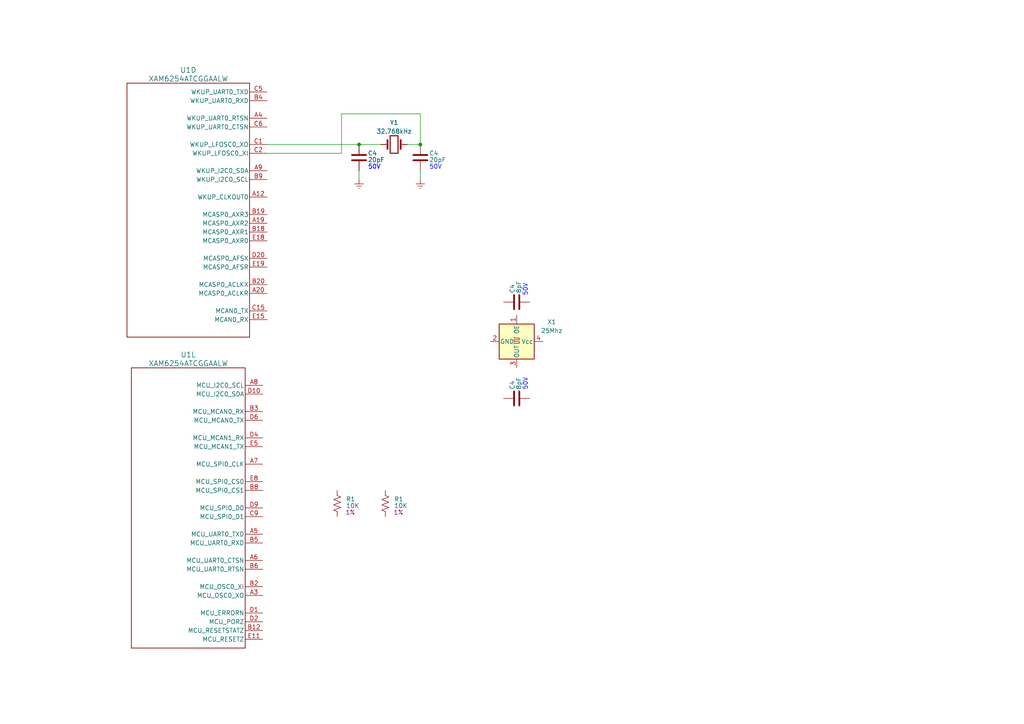
<source format=kicad_sch>
(kicad_sch (version 20230121) (generator eeschema)
  (paper "A4")
  (title_block (title "TI Ember AM62 SiP Concept") (date "2023-06-09") (rev "Rev 0") (company "Andrei Aldea - Texas Instruments"))
  (lib_symbols
    (symbol "Device:C" (pin_numbers hide) (pin_names (offset 0.254))
      (property "Reference" "C" (at 0.635 2.54 0))
      (property "Value" "C" (at 0.635 -2.54 0))
      (symbol "C_0_1"
        (polyline (pts (xy -2.032 -0.762) (xy 2.032 -0.762)) (stroke (width 0.508)))
        (polyline (pts (xy -2.032 0.762) (xy 2.032 0.762)) (stroke (width 0.508)))
      )
      (symbol "C_1_1"
        (pin passive line (at 0 3.81 270) (length 2.794) (name "~") (number "1"))
        (pin passive line (at 0 -3.81 90) (length 2.794) (name "~") (number "2"))
      )
    )
    (symbol "Device:Crystal" (pin_numbers hide) (pin_names (offset 1.016) hide)
      (property "Reference" "Y" (at 0 3.81 0))
      (property "Value" "Crystal" (at 0 -3.81 0))
      (symbol "Crystal_0_1"
        (rectangle (start -1.143 2.54) (end 1.143 -2.54) (stroke (width 0.3048)))
        (polyline (pts (xy -2.54 0) (xy -1.905 0)))
        (polyline (pts (xy -1.905 -1.27) (xy -1.905 1.27)) (stroke (width 0.508)))
        (polyline (pts (xy 1.905 -1.27) (xy 1.905 1.27)) (stroke (width 0.508)))
        (polyline (pts (xy 2.54 0) (xy 1.905 0)))
      )
      (symbol "Crystal_1_1"
        (pin passive line (at -3.81 0 0) (length 1.27) (name "1") (number "1"))
        (pin passive line (at 3.81 0 180) (length 1.27) (name "2") (number "2"))
      )
    )
    (symbol "Device:R_US" (pin_numbers hide) (pin_names (offset 0))
      (property "Reference" "R" (at 2.54 0 90))
      (property "Value" "R_US" (at -2.54 0 90))
      (symbol "R_US_0_1"
        (polyline (pts (xy 0 -2.286) (xy 0 -2.54)))
        (polyline (pts (xy 0 2.286) (xy 0 2.54)))
        (polyline (pts (xy 0 -0.762) (xy 1.016 -1.143) (xy 0 -1.524) (xy -1.016 -1.905) (xy 0 -2.286)))
        (polyline (pts (xy 0 0.762) (xy 1.016 0.381) (xy 0 0) (xy -1.016 -0.381) (xy 0 -0.762)))
        (polyline (pts (xy 0 2.286) (xy 1.016 1.905) (xy 0 1.524) (xy -1.016 1.143) (xy 0 0.762)))
      )
      (symbol "R_US_1_1"
        (pin passive line (at 0 3.81 270) (length 1.27) (name "~") (number "1"))
        (pin passive line (at 0 -3.81 90) (length 1.27) (name "~") (number "2"))
      )
    )
    (symbol "Oscillator:SG-8002CE" (pin_names (offset 0.254))
      (property "Reference" "X" (at -5.08 6.35 0))
      (property "Value" "SG-8002CE" (at 1.27 -6.35 0))
      (symbol "SG-8002CE_0_1"
        (rectangle (start -5.08 5.08) (end 5.08 -5.08) (stroke (width 0.254)) (fill (type background)))
        (polyline (pts (xy -1.27 -0.762) (xy -1.016 -0.762) (xy -1.016 0.762) (xy -0.508 0.762) (xy -0.508 -0.762) (xy 0 -0.762) (xy 0 0.762) (xy 0.508 0.762) (xy 0.508 -0.762) (xy 0.762 -0.762)))
      )
      (symbol "SG-8002CE_1_1"
        (pin input line (at -7.62 0 0) (length 2.54) (name "OE") (number "1"))
        (pin power_in line (at 0 -7.62 90) (length 2.54) (name "GND") (number "2"))
        (pin output line (at 7.62 0 180) (length 2.54) (name "OUT") (number "3"))
        (pin power_in line (at 0 7.62 270) (length 2.54) (name "Vcc") (number "4"))
      )
    )
    (symbol "TIEmber:XAM6254ATCGGAALW" (pin_names (offset 0.254))
      (property "Reference" "U" (at 0 2.54 0))
      (property "Value" "XAM6254ATCGGAALW" (at -6.35 6.35 0))
      (symbol "XAM6254ATCGGAALW_1_1"
        (polyline (pts (xy 5.08 -78.74) (xy 27.94 -78.74)) (stroke (width 0.2032)))
        (polyline (pts (xy 5.08 5.08) (xy 5.08 -78.74)) (stroke (width 0.2032)))
        (polyline (pts (xy 27.94 -78.74) (xy 27.94 5.08)) (stroke (width 0.2032)))
        (polyline (pts (xy 27.94 5.08) (xy 5.08 5.08)) (stroke (width 0.2032)))
        (pin power_in line (at 0 0 0) (length 5.08) (name "VSS") (number "A1"))
        (pin power_in line (at 0 -2.54 0) (length 5.08) (name "VSS") (number "A24"))
        (pin power_in line (at 0 -5.08 0) (length 5.08) (name "VSS") (number "A25"))
        (pin power_in line (at 33.02 -50.8 180) (length 5.08) (name "VSS") (number "AA11"))
        (pin power_in line (at 33.02 -53.34 180) (length 5.08) (name "VSS") (number "AB9"))
        (pin power_in line (at 33.02 -55.88 180) (length 5.08) (name "VSS") (number "AD1"))
        (pin power_in line (at 33.02 -60.96 180) (length 5.08) (name "VSS") (number "AD12"))
        (pin power_in line (at 33.02 -63.5 180) (length 5.08) (name "VSS") (number "AD16"))
        (pin power_in line (at 33.02 -66.04 180) (length 5.08) (name "VSS") (number "AD25"))
        (pin power_in line (at 33.02 -58.42 180) (length 5.08) (name "VSS") (number "AD9"))
        (pin power_in line (at 33.02 -68.58 180) (length 5.08) (name "VSS") (number "AE1"))
        (pin power_in line (at 33.02 -73.66 180) (length 5.08) (name "VSS") (number "AE12"))
        (pin power_in line (at 33.02 -76.2 180) (length 5.08) (name "VSS") (number "AE16"))
        (pin power_in line (at 0 -76.2 0) (length 5.08) (name "VSS") (number "AE24"))
        (pin power_in line (at 0 -73.66 0) (length 5.08) (name "VSS") (number "AE25"))
        (pin power_in line (at 33.02 -71.12 180) (length 5.08) (name "VSS") (number "AE8"))
        (pin power_in line (at 0 -7.62 0) (length 5.08) (name "VSS") (number "B25"))
        (pin power_in line (at 0 -10.16 0) (length 5.08) (name "VSS") (number "F13"))
        (pin power_in line (at 0 -12.7 0) (length 5.08) (name "VSS") (number "G13"))
        (pin power_in line (at 0 -15.24 0) (length 5.08) (name "VSS") (number "G19"))
        (pin power_in line (at 0 -17.78 0) (length 5.08) (name "VSS") (number "H13"))
        (pin power_in line (at 0 -20.32 0) (length 5.08) (name "VSS") (number "H16"))
        (pin power_in line (at 0 -22.86 0) (length 5.08) (name "VSS") (number "H18"))
        (pin power_in line (at 0 -25.4 0) (length 5.08) (name "VSS") (number "H20"))
        (pin power_in line (at 0 -30.48 0) (length 5.08) (name "VSS") (number "J13"))
        (pin power_in line (at 0 -27.94 0) (length 5.08) (name "VSS") (number "J7"))
        (pin power_in line (at 0 -35.56 0) (length 5.08) (name "VSS") (number "K13"))
        (pin power_in line (at 0 -38.1 0) (length 5.08) (name "VSS") (number "K15"))
        (pin power_in line (at 0 -40.64 0) (length 5.08) (name "VSS") (number "K19"))
        (pin power_in line (at 0 -33.02 0) (length 5.08) (name "VSS") (number "K7"))
        (pin power_in line (at 0 -43.18 0) (length 5.08) (name "VSS") (number "L20"))
        (pin power_in line (at 0 -50.8 0) (length 5.08) (name "VSS") (number "M10"))
        (pin power_in line (at 0 -53.34 0) (length 5.08) (name "VSS") (number "M12"))
        (pin power_in line (at 0 -55.88 0) (length 5.08) (name "VSS") (number "M13"))
        (pin power_in line (at 0 -58.42 0) (length 5.08) (name "VSS") (number "M17"))
        (pin power_in line (at 0 -60.96 0) (length 5.08) (name "VSS") (number "M18"))
        (pin power_in line (at 0 -45.72 0) (length 5.08) (name "VSS") (number "M7"))
        (pin power_in line (at 0 -48.26 0) (length 5.08) (name "VSS") (number "M8"))
        (pin power_in line (at 0 -63.5 0) (length 5.08) (name "VSS") (number "N15"))
        (pin power_in line (at 0 -68.58 0) (length 5.08) (name "VSS") (number "P10"))
        (pin power_in line (at 0 -71.12 0) (length 5.08) (name "VSS") (number "P13"))
        (pin power_in line (at 0 -66.04 0) (length 5.08) (name "VSS") (number "P7"))
        (pin power_in line (at 33.02 0 180) (length 5.08) (name "VSS") (number "R13"))
        (pin power_in line (at 33.02 -2.54 180) (length 5.08) (name "VSS") (number "R15"))
        (pin power_in line (at 33.02 -5.08 180) (length 5.08) (name "VSS") (number "R18"))
        (pin power_in line (at 33.02 -7.62 180) (length 5.08) (name "VSS") (number "R20"))
        (pin power_in line (at 33.02 -12.7 180) (length 5.08) (name "VSS") (number "T13"))
        (pin power_in line (at 33.02 -15.24 180) (length 5.08) (name "VSS") (number "T14"))
        (pin power_in line (at 33.02 -17.78 180) (length 5.08) (name "VSS") (number "T16"))
        (pin power_in line (at 33.02 -20.32 180) (length 5.08) (name "VSS") (number "T17"))
        (pin power_in line (at 33.02 -22.86 180) (length 5.08) (name "VSS") (number "T18"))
        (pin power_in line (at 33.02 -10.16 180) (length 5.08) (name "VSS") (number "T8"))
        (pin power_in line (at 33.02 -27.94 180) (length 5.08) (name "VSS") (number "U19"))
        (pin power_in line (at 33.02 -25.4 180) (length 5.08) (name "VSS") (number "U8"))
        (pin power_in line (at 33.02 -33.02 180) (length 5.08) (name "VSS") (number "V10"))
        (pin power_in line (at 33.02 -35.56 180) (length 5.08) (name "VSS") (number "V11"))
        (pin power_in line (at 33.02 -38.1 180) (length 5.08) (name "VSS") (number "V13"))
        (pin power_in line (at 33.02 -40.64 180) (length 5.08) (name "VSS") (number "V16"))
        (pin power_in line (at 33.02 -43.18 180) (length 5.08) (name "VSS") (number "V18"))
        (pin power_in line (at 33.02 -30.48 180) (length 5.08) (name "VSS") (number "V9"))
        (pin power_in line (at 33.02 -45.72 180) (length 5.08) (name "VSS") (number "W7"))
        (pin power_in line (at 33.02 -48.26 180) (length 5.08) (name "VSS") (number "Y2"))
      )
      (symbol "XAM6254ATCGGAALW_2_1"
        (polyline (pts (xy 5.08 -86.36) (xy 60.96 -86.36)) (stroke (width 0.2032)))
        (polyline (pts (xy 5.08 5.08) (xy 5.08 -86.36)) (stroke (width 0.2032)))
        (polyline (pts (xy 60.96 -86.36) (xy 60.96 5.08)) (stroke (width 0.2032)))
        (polyline (pts (xy 60.96 5.08) (xy 5.08 5.08)) (stroke (width 0.2032)))
        (pin input line (at 0 -50.8 0) (length 5.08) (name "TCK") (number "A10"))
        (pin input line (at 0 -53.34 0) (length 5.08) (name "TDI") (number "A11"))
        (pin bidirectional line (at 0 -33.02 0) (length 5.08) (name "SPI0_CS0") (number "A13"))
        (pin bidirectional line (at 0 -25.4 0) (length 5.08) (name "SPI0_CLK") (number "A14"))
        (pin input line (at 66.04 -5.08 180) (length 5.08) (name "UART0_CTSN") (number "A15"))
        (pin bidirectional line (at 0 -12.7 0) (length 5.08) (name "I2C0_SDA") (number "A16"))
        (pin bidirectional line (at 0 -20.32 0) (length 5.08) (name "I2C1_SDA") (number "A17"))
        (pin input line (at 0 -5.08 0) (length 5.08) (name "EXT_REFCLK1") (number "A18"))
        (pin unspecified line (at 66.04 -66.04 180) (length 5.08) (name "RSVD1") (number "A2"))
        (pin unspecified line (at 66.04 -81.28 180) (length 5.08) (name "RSVD6") (number "AA12"))
        (pin unspecified line (at 66.04 -48.26 180) (length 5.08) (name "USB1_VBUS") (number "AB10"))
        (pin unspecified line (at 66.04 -30.48 180) (length 5.08) (name "USB0_VBUS") (number "AC11"))
        (pin bidirectional line (at 66.04 -45.72 180) (length 5.08) (name "USB1_RCALIB") (number "AC9"))
        (pin bidirectional line (at 66.04 -35.56 180) (length 5.08) (name "USB1_DM") (number "AD10"))
        (pin bidirectional line (at 66.04 -17.78 180) (length 5.08) (name "USB0_DP") (number "AD11"))
        (pin bidirectional line (at 66.04 -27.94 180) (length 5.08) (name "USB0_RCALIB") (number "AE10"))
        (pin bidirectional line (at 66.04 -20.32 180) (length 5.08) (name "USB0_DM") (number "AE11"))
        (pin unspecified line (at 66.04 -71.12 180) (length 5.08) (name "RSVD3") (number "AE2"))
        (pin bidirectional line (at 66.04 -38.1 180) (length 5.08) (name "USB1_DP") (number "AE9"))
        (pin unspecified line (at 66.04 -63.5 180) (length 5.08) (name "RSVD0") (number "B1"))
        (pin input line (at 0 -60.96 0) (length 5.08) (name "TRSTN") (number "B10"))
        (pin input line (at 0 -58.42 0) (length 5.08) (name "TMS") (number "B11"))
        (pin bidirectional line (at 0 -30.48 0) (length 5.08) (name "SPI0_D0") (number "B13"))
        (pin bidirectional line (at 0 -38.1 0) (length 5.08) (name "SPI0_D1") (number "B14"))
        (pin output line (at 66.04 -7.62 180) (length 5.08) (name "UART0_RTSN") (number "B15"))
        (pin bidirectional line (at 0 -10.16 0) (length 5.08) (name "I2C0_SCL") (number "B16"))
        (pin bidirectional line (at 0 -17.78 0) (length 5.08) (name "I2C1_SCL") (number "B17"))
        (pin bidirectional line (at 0 -73.66 0) (length 5.08) (name "PMIC_LPM_EN0") (number "B7"))
        (pin bidirectional line (at 0 -48.26 0) (length 5.08) (name "EMU1") (number "C11"))
        (pin bidirectional line (at 0 -40.64 0) (length 5.08) (name "SPI0_CS1") (number "C13"))
        (pin output line (at 66.04 -25.4 180) (length 5.08) (name "USB0_DRVVBUS") (number "C20"))
        (pin output line (at 0 -55.88 0) (length 5.08) (name "TDO") (number "D12"))
        (pin input line (at 66.04 -10.16 180) (length 5.08) (name "UART0_RXD") (number "D14"))
        (pin input line (at 0 0 0) (length 5.08) (name "EXTINTN") (number "D16"))
        (pin bidirectional line (at 0 -45.72 0) (length 5.08) (name "EMU0") (number "E12"))
        (pin output line (at 66.04 -12.7 180) (length 5.08) (name "UART0_TXD") (number "E14"))
        (pin output line (at 0 -71.12 0) (length 5.08) (name "PORZ_OUT") (number "E21"))
        (pin unspecified line (at 66.04 0 180) (length 5.08) (name "RSVD8") (number "E7"))
        (pin output line (at 66.04 -43.18 180) (length 5.08) (name "USB1_DRVVBUS") (number "F18"))
        (pin input line (at 0 -68.58 0) (length 5.08) (name "RESET_REQZ") (number "F20"))
        (pin output line (at 0 -66.04 0) (length 5.08) (name "RESETSTATZ") (number "F22"))
        (pin unspecified line (at 66.04 -68.58 180) (length 5.08) (name "RSVD2") (number "F6"))
        (pin unspecified line (at 66.04 -53.34 180) (length 5.08) (name "VMON_1P8_SOC") (number "G10"))
        (pin unspecified line (at 66.04 -58.42 180) (length 5.08) (name "VMON_ER_VSYS") (number "H10"))
        (pin power_in line (at 66.04 -55.88 180) (length 5.08) (name "VMON_3P3_SOC") (number "K10"))
        (pin unspecified line (at 66.04 -76.2 180) (length 5.08) (name "RSVD4") (number "T2"))
        (pin unspecified line (at 66.04 -78.74 180) (length 5.08) (name "RSVD5") (number "U4"))
        (pin unspecified line (at 66.04 -83.82 180) (length 5.08) (name "RSVD7") (number "Y15"))
      )
      (symbol "XAM6254ATCGGAALW_3_1"
        (polyline (pts (xy -38.1 -96.52) (xy -5.08 -96.52)) (stroke (width 0.2032)))
        (polyline (pts (xy -38.1 5.08) (xy -38.1 -96.52)) (stroke (width 0.2032)))
        (polyline (pts (xy -5.08 -96.52) (xy -5.08 5.08)) (stroke (width 0.2032)))
        (polyline (pts (xy -5.08 5.08) (xy -38.1 5.08)) (stroke (width 0.2032)))
        (pin output line (at 0 -66.04 180) (length 5.08) (name "GPMC0_CSN2") (number "K22"))
        (pin output line (at 0 -68.58 180) (length 5.08) (name "GPMC0_CSN3") (number "K24"))
        (pin output line (at 0 -93.98 180) (length 5.08) (name "GPMC0_WPN") (number "K25"))
        (pin output line (at 0 -63.5 180) (length 5.08) (name "GPMC0_CSN1") (number "L21"))
        (pin output line (at 0 -43.18 180) (length 5.08) (name "GPMC0_ADVN_ALE") (number "L23"))
        (pin output line (at 0 -78.74 180) (length 5.08) (name "GPMC0_OEN_REN") (number "L24"))
        (pin output line (at 0 -91.44 180) (length 5.08) (name "GPMC0_WEN") (number "L25"))
        (pin output line (at 0 -60.96 180) (length 5.08) (name "GPMC0_CSN0") (number "M21"))
        (pin output line (at 0 -73.66 180) (length 5.08) (name "GPMC0_DIR") (number "M22"))
        (pin output line (at 0 -48.26 180) (length 5.08) (name "GPMC0_BE0N_CLE") (number "M24"))
        (pin bidirectional line (at 0 0 180) (length 5.08) (name "GPMC0_AD0") (number "M25"))
        (pin output line (at 0 -50.8 180) (length 5.08) (name "GPMC0_BE1N") (number "N20"))
        (pin bidirectional line (at 0 -2.54 180) (length 5.08) (name "GPMC0_AD1") (number "N23"))
        (pin bidirectional line (at 0 -5.08 180) (length 5.08) (name "GPMC0_AD2") (number "N24"))
        (pin bidirectional line (at 0 -7.62 180) (length 5.08) (name "GPMC0_AD3") (number "N25"))
        (pin bidirectional line (at 0 -15.24 180) (length 5.08) (name "GPMC0_AD6") (number "P21"))
        (pin bidirectional line (at 0 -12.7 180) (length 5.08) (name "GPMC0_AD5") (number "P22"))
        (pin bidirectional line (at 0 -10.16 180) (length 5.08) (name "GPMC0_AD4") (number "P24"))
        (pin output line (at 0 -55.88 180) (length 5.08) (name "GPMC0_CLK") (number "P25"))
        (pin bidirectional line (at 0 -27.94 180) (length 5.08) (name "GPMC0_AD11") (number "R21"))
        (pin bidirectional line (at 0 -17.78 180) (length 5.08) (name "GPMC0_AD7") (number "R23"))
        (pin bidirectional line (at 0 -20.32 180) (length 5.08) (name "GPMC0_AD8") (number "R24"))
        (pin bidirectional line (at 0 -22.86 180) (length 5.08) (name "GPMC0_AD9") (number "R25"))
        (pin bidirectional line (at 0 -30.48 180) (length 5.08) (name "GPMC0_AD12") (number "T22"))
        (pin bidirectional line (at 0 -33.02 180) (length 5.08) (name "GPMC0_AD13") (number "T24"))
        (pin bidirectional line (at 0 -25.4 180) (length 5.08) (name "GPMC0_AD10") (number "T25"))
        (pin input line (at 0 -83.82 180) (length 5.08) (name "GPMC0_WAIT0") (number "U23"))
        (pin bidirectional line (at 0 -38.1 180) (length 5.08) (name "GPMC0_AD15") (number "U24"))
        (pin bidirectional line (at 0 -35.56 180) (length 5.08) (name "GPMC0_AD14") (number "U25"))
        (pin input line (at 0 -86.36 180) (length 5.08) (name "GPMC0_WAIT1") (number "V25"))
      )
      (symbol "XAM6254ATCGGAALW_4_1"
        (polyline (pts (xy 5.08 -68.58) (xy 40.64 -68.58)) (stroke (width 0.2032)))
        (polyline (pts (xy 5.08 5.08) (xy 5.08 -68.58)) (stroke (width 0.2032)))
        (polyline (pts (xy 40.64 -68.58) (xy 40.64 5.08)) (stroke (width 0.2032)))
        (polyline (pts (xy 40.64 5.08) (xy 5.08 5.08)) (stroke (width 0.2032)))
        (pin output line (at 0 -35.56 0) (length 5.08) (name "WKUP_CLKOUT0") (number "A12"))
        (pin bidirectional line (at 0 -27.94 0) (length 5.08) (name "MCASP0_AXR2") (number "A19"))
        (pin bidirectional line (at 0 -7.62 0) (length 5.08) (name "MCASP0_ACLKR") (number "A20"))
        (pin output line (at 0 -58.42 0) (length 5.08) (name "WKUP_UART0_RTSN") (number "A4"))
        (pin bidirectional line (at 0 -43.18 0) (length 5.08) (name "WKUP_I2C0_SDA") (number "A9"))
        (pin bidirectional line (at 0 -25.4 0) (length 5.08) (name "MCASP0_AXR1") (number "B18"))
        (pin bidirectional line (at 0 -30.48 0) (length 5.08) (name "MCASP0_AXR3") (number "B19"))
        (pin bidirectional line (at 0 -10.16 0) (length 5.08) (name "MCASP0_ACLKX") (number "B20"))
        (pin input line (at 0 -63.5 0) (length 5.08) (name "WKUP_UART0_RXD") (number "B4"))
        (pin bidirectional line (at 0 -40.64 0) (length 5.08) (name "WKUP_I2C0_SCL") (number "B9"))
        (pin output line (at 0 -50.8 0) (length 5.08) (name "WKUP_LFOSC0_XO") (number "C1"))
        (pin output line (at 0 -2.54 0) (length 5.08) (name "MCAN0_TX") (number "C15"))
        (pin input line (at 0 -48.26 0) (length 5.08) (name "WKUP_LFOSC0_XI") (number "C2"))
        (pin output line (at 0 -66.04 0) (length 5.08) (name "WKUP_UART0_TXD") (number "C5"))
        (pin input line (at 0 -55.88 0) (length 5.08) (name "WKUP_UART0_CTSN") (number "C6"))
        (pin bidirectional line (at 0 -17.78 0) (length 5.08) (name "MCASP0_AFSX") (number "D20"))
        (pin input line (at 0 0 0) (length 5.08) (name "MCAN0_RX") (number "E15"))
        (pin bidirectional line (at 0 -22.86 0) (length 5.08) (name "MCASP0_AXR0") (number "E18"))
        (pin bidirectional line (at 0 -15.24 0) (length 5.08) (name "MCASP0_AFSR") (number "E19"))
      )
      (symbol "XAM6254ATCGGAALW_5_1"
        (polyline (pts (xy 5.08 -78.74) (xy 53.34 -78.74)) (stroke (width 0.2032)))
        (polyline (pts (xy 5.08 5.08) (xy 5.08 -78.74)) (stroke (width 0.2032)))
        (polyline (pts (xy 53.34 -78.74) (xy 53.34 5.08)) (stroke (width 0.2032)))
        (polyline (pts (xy 53.34 5.08) (xy 5.08 5.08)) (stroke (width 0.2032)))
        (pin bidirectional line (at 58.42 -5.08 180) (length 5.08) (name "MMC1_CMD") (number "A21"))
        (pin bidirectional line (at 58.42 -10.16 180) (length 5.08) (name "MMC1_DAT0") (number "A22"))
        (pin input line (at 58.42 -55.88 180) (length 5.08) (name "MMC2_SDCD") (number "A23"))
        (pin bidirectional line (at 0 -10.16 0) (length 5.08) (name "MMC0_DAT1") (number "AA1"))
        (pin bidirectional line (at 0 -7.62 0) (length 5.08) (name "MMC0_DAT0") (number "AA2"))
        (pin bidirectional line (at 0 -12.7 0) (length 5.08) (name "MMC0_DAT2") (number "AA3"))
        (pin bidirectional line (at 0 0 0) (length 5.08) (name "MMC0_CLK") (number "AB1"))
        (pin bidirectional line (at 0 -17.78 0) (length 5.08) (name "MMC0_DAT4") (number "AB2"))
        (pin bidirectional line (at 0 -20.32 0) (length 5.08) (name "MMC0_DAT5") (number "AC1"))
        (pin bidirectional line (at 0 -25.4 0) (length 5.08) (name "MMC0_DAT7") (number "AC2"))
        (pin bidirectional line (at 0 -22.86 0) (length 5.08) (name "MMC0_DAT6") (number "AD2"))
        (pin input line (at 58.42 -12.7 180) (length 5.08) (name "MMC1_DAT1") (number "B21"))
        (pin bidirectional line (at 58.42 0 180) (length 5.08) (name "MMC1_CLK") (number "B22"))
        (pin input line (at 58.42 -60.96 180) (length 5.08) (name "MMC2_SDWP") (number "B23"))
        (pin bidirectional line (at 58.42 -43.18 180) (length 5.08) (name "MMC2_DAT0") (number "B24"))
        (pin input line (at 58.42 -27.94 180) (length 5.08) (name "MMC1_SDWP") (number "C17"))
        (pin bidirectional line (at 58.42 -15.24 180) (length 5.08) (name "MMC1_DAT2") (number "C21"))
        (pin bidirectional line (at 58.42 -38.1 180) (length 5.08) (name "MMC2_CMD") (number "C24"))
        (pin bidirectional line (at 58.42 -45.72 180) (length 5.08) (name "MMC2_DAT1") (number "C25"))
        (pin input line (at 58.42 -22.86 180) (length 5.08) (name "MMC1_SDCD") (number "D17"))
        (pin bidirectional line (at 58.42 -17.78 180) (length 5.08) (name "MMC1_DAT3") (number "D22"))
        (pin bidirectional line (at 58.42 -50.8 180) (length 5.08) (name "MMC2_DAT3") (number "D24"))
        (pin bidirectional line (at 58.42 -33.02 180) (length 5.08) (name "MMC2_CLK") (number "D25"))
        (pin bidirectional line (at 58.42 -48.26 180) (length 5.08) (name "MMC2_DAT2") (number "E23"))
        (pin output line (at 0 -43.18 0) (length 5.08) (name "OSPI0_CSN3") (number "E24"))
        (pin bidirectional line (at 0 -48.26 0) (length 5.08) (name "OSPI0_D0") (number "E25"))
        (pin output line (at 0 -35.56 0) (length 5.08) (name "OSPI0_CSN0") (number "F23"))
        (pin bidirectional line (at 0 -55.88 0) (length 5.08) (name "OSPI0_D3") (number "F24"))
        (pin bidirectional line (at 0 -53.34 0) (length 5.08) (name "OSPI0_D2") (number "F25"))
        (pin output line (at 0 -38.1 0) (length 5.08) (name "OSPI0_CSN1") (number "G21"))
        (pin bidirectional line (at 0 -50.8 0) (length 5.08) (name "OSPI0_D1") (number "G24"))
        (pin bidirectional line (at 0 -76.2 0) (length 5.08) (name "OSPI0_LBCLKO") (number "G25"))
        (pin output line (at 0 -40.64 0) (length 5.08) (name "OSPI0_CSN2") (number "H21"))
        (pin output line (at 0 -30.48 0) (length 5.08) (name "OSPI0_CLK") (number "H24"))
        (pin bidirectional line (at 0 -63.5 0) (length 5.08) (name "OSPI0_D6") (number "H25"))
        (pin bidirectional line (at 0 -66.04 0) (length 5.08) (name "OSPI0_D7") (number "J22"))
        (pin bidirectional line (at 0 -58.42 0) (length 5.08) (name "OSPI0_D4") (number "J23"))
        (pin input line (at 0 -71.12 0) (length 5.08) (name "OSPI0_DQS") (number "J24"))
        (pin bidirectional line (at 0 -60.96 0) (length 5.08) (name "OSPI0_D5") (number "J25"))
        (pin bidirectional line (at 0 -2.54 0) (length 5.08) (name "MMC0_CMD") (number "Y3"))
        (pin bidirectional line (at 0 -15.24 0) (length 5.08) (name "MMC0_DAT3") (number "Y4"))
      )
      (symbol "XAM6254ATCGGAALW_6_1"
        (polyline (pts (xy 5.08 -124.46) (xy 50.8 -124.46)) (stroke (width 0.2032)))
        (polyline (pts (xy 5.08 5.08) (xy 5.08 -124.46)) (stroke (width 0.2032)))
        (polyline (pts (xy 50.8 -124.46) (xy 50.8 5.08)) (stroke (width 0.2032)))
        (polyline (pts (xy 50.8 5.08) (xy 5.08 5.08)) (stroke (width 0.2032)))
        (pin bidirectional line (at 0 -104.14 0) (length 5.08) (name "DDR0_DQS0") (number "E1"))
        (pin bidirectional line (at 0 -106.68 0) (length 5.08) (name "DDR0_DQS0_N") (number "E2"))
        (pin bidirectional line (at 0 -71.12 0) (length 5.08) (name "DDR0_DQ4") (number "E3"))
        (pin bidirectional line (at 0 -78.74 0) (length 5.08) (name "DDR0_DQ7") (number "F1"))
        (pin bidirectional line (at 0 -76.2 0) (length 5.08) (name "DDR0_DQ6") (number "F2"))
        (pin bidirectional line (at 0 -66.04 0) (length 5.08) (name "DDR0_DQ2") (number "F3"))
        (pin bidirectional line (at 0 -60.96 0) (length 5.08) (name "DDR0_DQ0") (number "F4"))
        (pin output line (at 55.88 -68.58 180) (length 5.08) (name "DDR0_RESET0_N") (number "G1"))
        (pin bidirectional line (at 0 -73.66 0) (length 5.08) (name "DDR0_DQ5") (number "G2"))
        (pin bidirectional line (at 0 -63.5 0) (length 5.08) (name "DDR0_DQ1") (number "G5"))
        (pin output line (at 55.88 -55.88 180) (length 5.08) (name "DDR0_ODT0") (number "H1"))
        (pin output line (at 55.88 -48.26 180) (length 5.08) (name "DDR0_CKE0") (number "H2"))
        (pin bidirectional line (at 0 -53.34 0) (length 5.08) (name "DDR0_DM0") (number "H5"))
        (pin bidirectional line (at 0 -68.58 0) (length 5.08) (name "DDR0_DQ3") (number "H6"))
        (pin output line (at 0 0 0) (length 5.08) (name "DDR0_A0") (number "J1"))
        (pin output line (at 0 -2.54 0) (length 5.08) (name "DDR0_A1") (number "J2"))
        (pin output line (at 55.88 -58.42 180) (length 5.08) (name "DDR0_ODT1") (number "J3"))
        (pin output line (at 55.88 -50.8 180) (length 5.08) (name "DDR0_CKE1") (number "J4"))
        (pin output line (at 0 -12.7 0) (length 5.08) (name "DDR0_A5") (number "K1"))
        (pin output line (at 55.88 -25.4 180) (length 5.08) (name "DDR0_CS1_N") (number "K2"))
        (pin output line (at 0 -5.08 0) (length 5.08) (name "DDR0_A2") (number "K3"))
        (pin output line (at 0 -10.16 0) (length 5.08) (name "DDR0_A4") (number "K4"))
        (pin output line (at 0 -119.38 0) (length 5.08) (name "DDR0_CK0") (number "L1"))
        (pin output line (at 0 -121.92 0) (length 5.08) (name "DDR0_CK0_N") (number "L2"))
        (pin output line (at 0 -7.62 0) (length 5.08) (name "DDR0_A3") (number "L5"))
        (pin output line (at 55.88 -20.32 180) (length 5.08) (name "DDR0_CS0_N") (number "L6"))
        (pin output line (at 0 -38.1 0) (length 5.08) (name "DDR0_BA0") (number "M1"))
        (pin unspecified line (at 55.88 -43.18 180) (length 5.08) (name "DDR0_CAL0") (number "M2"))
        (pin output line (at 55.88 -15.24 180) (length 5.08) (name "DDR0_CAS_N") (number "M4"))
        (pin output line (at 55.88 -10.16 180) (length 5.08) (name "DDR0_RAS_N") (number "M5"))
        (pin output line (at 0 -40.64 0) (length 5.08) (name "DDR0_BA1") (number "N1"))
        (pin output line (at 0 -48.26 0) (length 5.08) (name "DDR0_BG1") (number "N2"))
        (pin output line (at 55.88 -30.48 180) (length 5.08) (name "DDR0_WE_N") (number "N3"))
        (pin output line (at 55.88 0 180) (length 5.08) (name "DDR0_ACT_N") (number "N6"))
        (pin output line (at 0 -20.32 0) (length 5.08) (name "DDR0_A8") (number "P1"))
        (pin output line (at 0 -17.78 0) (length 5.08) (name "DDR0_A7") (number "P2"))
        (pin output line (at 0 -22.86 0) (length 5.08) (name "DDR0_A9") (number "P4"))
        (pin output line (at 0 -27.94 0) (length 5.08) (name "DDR0_A11") (number "P5"))
        (pin output line (at 0 -33.02 0) (length 5.08) (name "DDR0_A13") (number "R1"))
        (pin output line (at 0 -15.24 0) (length 5.08) (name "DDR0_A6") (number "R2"))
        (pin bidirectional line (at 55.88 -5.08 180) (length 5.08) (name "DDR0_ALERT_N") (number "R3"))
        (pin output line (at 0 -25.4 0) (length 5.08) (name "DDR0_A10") (number "R5"))
        (pin output line (at 0 -30.48 0) (length 5.08) (name "DDR0_A12") (number "R6"))
        (pin output line (at 55.88 -63.5 180) (length 5.08) (name "DDR0_PAR") (number "T1"))
        (pin output line (at 0 -45.72 0) (length 5.08) (name "DDR0_BG0") (number "T4"))
        (pin bidirectional line (at 0 -81.28 0) (length 5.08) (name "DDR0_DQ8") (number "U1"))
        (pin bidirectional line (at 0 -86.36 0) (length 5.08) (name "DDR0_DQ10") (number "U2"))
        (pin bidirectional line (at 0 -83.82 0) (length 5.08) (name "DDR0_DQ9") (number "U3"))
        (pin bidirectional line (at 0 -111.76 0) (length 5.08) (name "DDR0_DQS1") (number "V1"))
        (pin bidirectional line (at 0 -114.3 0) (length 5.08) (name "DDR0_DQS1_N") (number "V2"))
        (pin bidirectional line (at 0 -88.9 0) (length 5.08) (name "DDR0_DQ11") (number "V5"))
        (pin bidirectional line (at 0 -93.98 0) (length 5.08) (name "DDR0_DQ13") (number "V6"))
        (pin bidirectional line (at 0 -99.06 0) (length 5.08) (name "DDR0_DQ15") (number "W1"))
        (pin bidirectional line (at 0 -91.44 0) (length 5.08) (name "DDR0_DQ12") (number "W2"))
        (pin bidirectional line (at 0 -55.88 0) (length 5.08) (name "DDR0_DM1") (number "W5"))
        (pin bidirectional line (at 0 -96.52 0) (length 5.08) (name "DDR0_DQ14") (number "Y1"))
      )
      (symbol "XAM6254ATCGGAALW_7_1"
        (polyline (pts (xy 5.08 -106.68) (xy 63.5 -106.68)) (stroke (width 0.2032)))
        (polyline (pts (xy 5.08 5.08) (xy 5.08 -106.68)) (stroke (width 0.2032)))
        (polyline (pts (xy 63.5 -106.68) (xy 63.5 5.08)) (stroke (width 0.2032)))
        (polyline (pts (xy 63.5 5.08) (xy 5.08 5.08)) (stroke (width 0.2032)))
        (pin power_in line (at 68.58 -53.34 180) (length 5.08) (name "VDDSHV_MCU") (number "F11"))
        (pin power_in line (at 68.58 0 180) (length 5.08) (name "VDDSHV0") (number "F15"))
        (pin power_in line (at 68.58 -66.04 180) (length 5.08) (name "VDD_CANUART") (number "F8"))
        (pin power_in line (at 68.58 -55.88 180) (length 5.08) (name "VDDSHV_MCU") (number "G12"))
        (pin power_in line (at 68.58 -2.54 180) (length 5.08) (name "VDDSHV0") (number "G14"))
        (pin power_in line (at 0 -88.9 0) (length 5.08) (name "VDDA_TEMP1") (number "G16"))
        (pin power_in line (at 68.58 -38.1 180) (length 5.08) (name "VDDSHV5") (number "G17"))
        (pin power_in line (at 68.58 -60.96 180) (length 5.08) (name "VDDS_OSC0") (number "G7"))
        (pin power_in line (at 0 0 0) (length 5.08) (name "VDD_CORE") (number "H8"))
        (pin power_in line (at 68.58 -48.26 180) (length 5.08) (name "VDDSHV_CANUART") (number "H9"))
        (pin power_in line (at 0 -2.54 0) (length 5.08) (name "VDD_CORE") (number "J11"))
        (pin power_in line (at 0 -45.72 0) (length 5.08) (name "VDDR_CORE") (number "J12"))
        (pin power_in line (at 0 -5.08 0) (length 5.08) (name "VDD_CORE") (number "J14"))
        (pin power_in line (at 68.58 -43.18 180) (length 5.08) (name "VDDSHV6") (number "J18"))
        (pin power_in line (at 0 -104.14 0) (length 5.08) (name "VPP") (number "J8"))
        (pin power_in line (at 0 -48.26 0) (length 5.08) (name "VDDR_CORE") (number "K16"))
        (pin power_in line (at 0 -7.62 0) (length 5.08) (name "VDD_CORE") (number "K17"))
        (pin power_in line (at 0 -68.58 0) (length 5.08) (name "VDDS_DDR") (number "K9"))
        (pin power_in line (at 68.58 -101.6 180) (length 5.08) (name "VDDA_MCU") (number "L11"))
        (pin power_in line (at 0 -10.16 0) (length 5.08) (name "VDD_CORE") (number "L12"))
        (pin power_in line (at 0 -99.06 0) (length 5.08) (name "VDDA_PLL2") (number "L14"))
        (pin power_in line (at 0 -12.7 0) (length 5.08) (name "VDD_CORE") (number "L15"))
        (pin power_in line (at 68.58 -7.62 180) (length 5.08) (name "VDDSHV1") (number "L18"))
        (pin power_in line (at 0 -71.12 0) (length 5.08) (name "VDDS_DDR") (number "L8"))
        (pin power_in line (at 0 -15.24 0) (length 5.08) (name "VDD_CORE") (number "M16"))
        (pin power_in line (at 68.58 -10.16 180) (length 5.08) (name "VDDSHV1") (number "M19"))
        (pin power_in line (at 0 -81.28 0) (length 5.08) (name "VDDS_DDR_C") (number "M9"))
        (pin power_in line (at 0 -20.32 0) (length 5.08) (name "VDD_CORE") (number "N11"))
        (pin power_in line (at 0 -50.8 0) (length 5.08) (name "VDDR_CORE") (number "N12"))
        (pin power_in line (at 0 -22.86 0) (length 5.08) (name "VDD_CORE") (number "N13"))
        (pin power_in line (at 0 -53.34 0) (length 5.08) (name "VDDR_CORE") (number "N14"))
        (pin power_in line (at 68.58 -20.32 180) (length 5.08) (name "VDDSHV3") (number "N18"))
        (pin power_in line (at 0 -17.78 0) (length 5.08) (name "VDD_CORE") (number "N8"))
        (pin power_in line (at 0 -55.88 0) (length 5.08) (name "VDDR_CORE") (number "P16"))
        (pin power_in line (at 0 -25.4 0) (length 5.08) (name "VDD_CORE") (number "P17"))
        (pin power_in line (at 68.58 -22.86 180) (length 5.08) (name "VDDSHV3") (number "P18"))
        (pin power_in line (at 0 -73.66 0) (length 5.08) (name "VDDS_DDR") (number "P9"))
        (pin power_in line (at 0 -27.94 0) (length 5.08) (name "VDD_CORE") (number "R11"))
        (pin power_in line (at 0 -58.42 0) (length 5.08) (name "VDDR_CORE") (number "R12"))
        (pin power_in line (at 0 -30.48 0) (length 5.08) (name "VDD_CORE") (number "R14"))
        (pin power_in line (at 0 -76.2 0) (length 5.08) (name "VDDS_DDR") (number "R8"))
        (pin power_in line (at 0 -60.96 0) (length 5.08) (name "VDDR_CORE") (number "T10"))
        (pin power_in line (at 68.58 -25.4 180) (length 5.08) (name "VDDSHV3") (number "T19"))
        (pin power_in line (at 68.58 -33.02 180) (length 5.08) (name "VDDSHV4") (number "T7"))
        (pin power_in line (at 0 -86.36 0) (length 5.08) (name "VDDA_TEMP0") (number "T9"))
        (pin power_in line (at 0 -93.98 0) (length 5.08) (name "VDDA_PLL0") (number "U11"))
        (pin power_in line (at 0 -33.02 0) (length 5.08) (name "VDD_CORE") (number "U12"))
        (pin power_in line (at 0 -63.5 0) (length 5.08) (name "VDDR_CORE") (number "U14"))
        (pin power_in line (at 0 -96.52 0) (length 5.08) (name "VDDA_PLL1") (number "U15"))
        (pin power_in line (at 68.58 -27.94 180) (length 5.08) (name "VDDSHV3") (number "U18"))
        (pin power_in line (at 0 -38.1 0) (length 5.08) (name "VDD_CORE") (number "V15"))
        (pin power_in line (at 0 -40.64 0) (length 5.08) (name "VDD_CORE") (number "V17"))
        (pin power_in line (at 0 -35.56 0) (length 5.08) (name "VDD_CORE") (number "V8"))
        (pin power_in line (at 68.58 -78.74 180) (length 5.08) (name "VDDA_1P8_OLDI0") (number "W10"))
        (pin power_in line (at 68.58 -96.52 180) (length 5.08) (name "VDDA_CORE_USB") (number "W12"))
        (pin power_in line (at 68.58 -91.44 180) (length 5.08) (name "VDDA_CORE_CSIRX0") (number "W13"))
        (pin power_in line (at 68.58 -71.12 180) (length 5.08) (name "VDDA_1P8_CSIRX0") (number "W14"))
        (pin power_in line (at 68.58 -15.24 180) (length 5.08) (name "VDDSHV2") (number "W16"))
        (pin power_in line (at 68.58 -17.78 180) (length 5.08) (name "VDDSHV2") (number "W19"))
        (pin power_in line (at 68.58 -76.2 180) (length 5.08) (name "VDDA_1P8_OLDI0") (number "W9"))
        (pin power_in line (at 68.58 -83.82 180) (length 5.08) (name "VDDA_1P8_USB") (number "Y11"))
        (pin power_in line (at 68.58 -86.36 180) (length 5.08) (name "VDDA_3P3_USB") (number "Y13"))
      )
      (symbol "XAM6254ATCGGAALW_8_1"
        (polyline (pts (xy 5.08 -43.18) (xy 40.64 -43.18)) (stroke (width 0.2032)))
        (polyline (pts (xy 5.08 5.08) (xy 5.08 -43.18)) (stroke (width 0.2032)))
        (polyline (pts (xy 40.64 -43.18) (xy 40.64 5.08)) (stroke (width 0.2032)))
        (polyline (pts (xy 40.64 5.08) (xy 5.08 5.08)) (stroke (width 0.2032)))
        (pin unspecified line (at 0 -35.56 0) (length 5.08) (name "CAP_VDDS_CANUART") (number "G9"))
        (pin unspecified line (at 0 -40.64 0) (length 5.08) (name "CAP_VDDS_MCU") (number "H11"))
        (pin unspecified line (at 0 0 0) (length 5.08) (name "CAP_VDDS0") (number "H15"))
        (pin unspecified line (at 0 -25.4 0) (length 5.08) (name "CAP_VDDS5") (number "H17"))
        (pin unspecified line (at 0 -30.48 0) (length 5.08) (name "CAP_VDDS6") (number "J19"))
        (pin unspecified line (at 0 -5.08 0) (length 5.08) (name "CAP_VDDS1") (number "K18"))
        (pin unspecified line (at 0 -15.24 0) (length 5.08) (name "CAP_VDDS3") (number "P19"))
        (pin unspecified line (at 0 -20.32 0) (length 5.08) (name "CAP_VDDS4") (number "U7"))
        (pin unspecified line (at 0 -10.16 0) (length 5.08) (name "CAP_VDDS2") (number "W17"))
      )
      (symbol "XAM6254ATCGGAALW_9_1"
        (polyline (pts (xy 5.08 -73.66) (xy 58.42 -73.66)) (stroke (width 0.2032)))
        (polyline (pts (xy 5.08 5.08) (xy 5.08 -73.66)) (stroke (width 0.2032)))
        (polyline (pts (xy 58.42 -73.66) (xy 58.42 5.08)) (stroke (width 0.2032)))
        (polyline (pts (xy 58.42 5.08) (xy 5.08 5.08)) (stroke (width 0.2032)))
        (pin output line (at 63.5 -38.1 180) (length 5.08) (name "VOUT0_DATA15") (number "AA21"))
        (pin output line (at 63.5 -27.94 180) (length 5.08) (name "VOUT0_DATA11") (number "AA23"))
        (pin output line (at 63.5 -33.02 180) (length 5.08) (name "VOUT0_DATA13") (number "AA24"))
        (pin output line (at 63.5 -17.78 180) (length 5.08) (name "VOUT0_DATA7") (number "AA25"))
        (pin bidirectional line (at 0 -17.78 0) (length 5.08) (name "OLDI0_A0N") (number "AA5"))
        (pin bidirectional line (at 0 -38.1 0) (length 5.08) (name "OLDI0_A3P") (number "AA7"))
        (pin bidirectional line (at 0 -30.48 0) (length 5.08) (name "OLDI0_A2P") (number "AA8"))
        (pin output line (at 63.5 -48.26 180) (length 5.08) (name "VOUT0_HSYNC") (number "AB24"))
        (pin output line (at 63.5 -30.48 180) (length 5.08) (name "VOUT0_DATA12") (number "AB25"))
        (pin bidirectional line (at 0 -22.86 0) (length 5.08) (name "OLDI0_A1P") (number "AB4"))
        (pin bidirectional line (at 0 -40.64 0) (length 5.08) (name "OLDI0_A3N") (number "AB6"))
        (pin output line (at 63.5 -53.34 180) (length 5.08) (name "VOUT0_PCLK") (number "AC24"))
        (pin output line (at 63.5 -58.42 180) (length 5.08) (name "VOUT0_VSYNC") (number "AC25"))
        (pin bidirectional line (at 0 -45.72 0) (length 5.08) (name "OLDI0_A4P") (number "AC5"))
        (pin bidirectional line (at 0 -48.26 0) (length 5.08) (name "OLDI0_A4N") (number "AC6"))
        (pin bidirectional line (at 0 -25.4 0) (length 5.08) (name "OLDI0_A1N") (number "AD3"))
        (pin bidirectional line (at 0 -2.54 0) (length 5.08) (name "OLDI0_CLK0N") (number "AD4"))
        (pin bidirectional line (at 0 -7.62 0) (length 5.08) (name "OLDI0_CLK1P") (number "AD5"))
        (pin bidirectional line (at 0 -53.34 0) (length 5.08) (name "OLDI0_A5P") (number "AD6"))
        (pin bidirectional line (at 0 -60.96 0) (length 5.08) (name "OLDI0_A6P") (number "AD7"))
        (pin bidirectional line (at 0 -71.12 0) (length 5.08) (name "OLDI0_A7N") (number "AD8"))
        (pin bidirectional line (at 0 0 0) (length 5.08) (name "OLDI0_CLK0P") (number "AE3"))
        (pin bidirectional line (at 0 -10.16 0) (length 5.08) (name "OLDI0_CLK1N") (number "AE4"))
        (pin bidirectional line (at 0 -55.88 0) (length 5.08) (name "OLDI0_A5N") (number "AE5"))
        (pin bidirectional line (at 0 -63.5 0) (length 5.08) (name "OLDI0_A6N") (number "AE6"))
        (pin bidirectional line (at 0 -68.58 0) (length 5.08) (name "OLDI0_A7P") (number "AE7"))
        (pin output line (at 63.5 0 180) (length 5.08) (name "VOUT0_DATA0") (number "U22"))
        (pin output line (at 63.5 -25.4 180) (length 5.08) (name "VOUT0_DATA10") (number "V20"))
        (pin output line (at 63.5 -20.32 180) (length 5.08) (name "VOUT0_DATA8") (number "V21"))
        (pin output line (at 63.5 -2.54 180) (length 5.08) (name "VOUT0_DATA1") (number "V24"))
        (pin output line (at 63.5 -22.86 180) (length 5.08) (name "VOUT0_DATA9") (number "W21"))
        (pin output line (at 63.5 -7.62 180) (length 5.08) (name "VOUT0_DATA3") (number "W24"))
        (pin output line (at 63.5 -5.08 180) (length 5.08) (name "VOUT0_DATA2") (number "W25"))
        (pin output line (at 63.5 -43.18 180) (length 5.08) (name "VOUT0_DE") (number "Y20"))
        (pin output line (at 63.5 -35.56 180) (length 5.08) (name "VOUT0_DATA14") (number "Y22"))
        (pin output line (at 63.5 -15.24 180) (length 5.08) (name "VOUT0_DATA6") (number "Y23"))
        (pin output line (at 63.5 -12.7 180) (length 5.08) (name "VOUT0_DATA5") (number "Y24"))
        (pin output line (at 63.5 -10.16 180) (length 5.08) (name "VOUT0_DATA4") (number "Y25"))
        (pin bidirectional line (at 0 -15.24 0) (length 5.08) (name "OLDI0_A0P") (number "Y6"))
        (pin bidirectional line (at 0 -33.02 0) (length 5.08) (name "OLDI0_A2N") (number "Y8"))
      )
      (symbol "XAM6254ATCGGAALW_10_1"
        (polyline (pts (xy -35.56 -50.8) (xy -5.08 -50.8)) (stroke (width 0.2032)))
        (polyline (pts (xy -35.56 5.08) (xy -35.56 -50.8)) (stroke (width 0.2032)))
        (polyline (pts (xy -5.08 -50.8) (xy -5.08 5.08)) (stroke (width 0.2032)))
        (polyline (pts (xy -5.08 5.08) (xy -35.56 5.08)) (stroke (width 0.2032)))
        (pin input line (at 0 -7.62 180) (length 5.08) (name "RGMII1_RD3") (number "AA15"))
        (pin input line (at 0 -5.08 180) (length 5.08) (name "RGMII1_RD2") (number "AB16"))
        (pin input line (at 0 0 180) (length 5.08) (name "RGMII1_RD0") (number "AB17"))
        (pin bidirectional line (at 0 -48.26 180) (length 5.08) (name "MDIO0_MDIO") (number "AB22"))
        (pin input line (at 0 -2.54 180) (length 5.08) (name "RGMII1_RD1") (number "AC17"))
        (pin input line (at 0 -12.7 180) (length 5.08) (name "RGMII1_RXC") (number "AD17"))
        (pin output line (at 0 -30.48 180) (length 5.08) (name "RGMII1_TD3") (number "AD18"))
        (pin output line (at 0 -40.64 180) (length 5.08) (name "RGMII1_TX_CTL") (number "AD19"))
        (pin output line (at 0 -25.4 180) (length 5.08) (name "RGMII1_TD1") (number "AD20"))
        (pin output line (at 0 -45.72 180) (length 5.08) (name "MDIO0_MDC") (number "AD24"))
        (pin input line (at 0 -17.78 180) (length 5.08) (name "RGMII1_RX_CTL") (number "AE17"))
        (pin output line (at 0 -27.94 180) (length 5.08) (name "RGMII1_TD2") (number "AE18"))
        (pin output line (at 0 -35.56 180) (length 5.08) (name "RGMII1_TXC") (number "AE19"))
        (pin output line (at 0 -22.86 180) (length 5.08) (name "RGMII1_TD0") (number "AE20"))
      )
      (symbol "XAM6254ATCGGAALW_11_1"
        (polyline (pts (xy -35.56 -43.18) (xy -5.08 -43.18)) (stroke (width 0.2032)))
        (polyline (pts (xy -35.56 5.08) (xy -35.56 -43.18)) (stroke (width 0.2032)))
        (polyline (pts (xy -5.08 -43.18) (xy -5.08 5.08)) (stroke (width 0.2032)))
        (polyline (pts (xy -5.08 5.08) (xy -35.56 5.08)) (stroke (width 0.2032)))
        (pin output line (at 0 -25.4 180) (length 5.08) (name "RGMII2_TD1") (number "AA18"))
        (pin output line (at 0 -40.64 180) (length 5.08) (name "RGMII2_TX_CTL") (number "AA19"))
        (pin input line (at 0 -2.54 180) (length 5.08) (name "RGMII2_RD1") (number "AB20"))
        (pin output line (at 0 -30.48 180) (length 5.08) (name "RGMII2_TD3") (number "AC20"))
        (pin input line (at 0 -5.08 180) (length 5.08) (name "RGMII2_RD2") (number "AC21"))
        (pin output line (at 0 -27.94 180) (length 5.08) (name "RGMII2_TD2") (number "AD21"))
        (pin input line (at 0 -17.78 180) (length 5.08) (name "RGMII2_RX_CTL") (number "AD22"))
        (pin input line (at 0 -12.7 180) (length 5.08) (name "RGMII2_RXC") (number "AD23"))
        (pin bidirectional line (at 0 -35.56 180) (length 5.08) (name "RGMII2_TXC") (number "AE21"))
        (pin input line (at 0 -7.62 180) (length 5.08) (name "RGMII2_RD3") (number "AE22"))
        (pin input line (at 0 0 180) (length 5.08) (name "RGMII2_RD0") (number "AE23"))
        (pin output line (at 0 -22.86 180) (length 5.08) (name "RGMII2_TD0") (number "Y18"))
      )
      (symbol "XAM6254ATCGGAALW_12_1"
        (polyline (pts (xy -38.1 -76.2) (xy -5.08 -76.2)) (stroke (width 0.2032)))
        (polyline (pts (xy -38.1 5.08) (xy -38.1 -76.2)) (stroke (width 0.2032)))
        (polyline (pts (xy -5.08 -76.2) (xy -5.08 5.08)) (stroke (width 0.2032)))
        (polyline (pts (xy -5.08 5.08) (xy -38.1 5.08)) (stroke (width 0.2032)))
        (pin output line (at 0 -60.96 180) (length 5.08) (name "MCU_OSC0_XO") (number "A3"))
        (pin output line (at 0 -43.18 180) (length 5.08) (name "MCU_UART0_TXD") (number "A5"))
        (pin input line (at 0 -50.8 180) (length 5.08) (name "MCU_UART0_CTSN") (number "A6"))
        (pin bidirectional line (at 0 -22.86 180) (length 5.08) (name "MCU_SPI0_CLK") (number "A7"))
        (pin bidirectional line (at 0 0 180) (length 5.08) (name "MCU_I2C0_SCL") (number "A8"))
        (pin output line (at 0 -71.12 180) (length 5.08) (name "MCU_RESETSTATZ") (number "B12"))
        (pin input line (at 0 -58.42 180) (length 5.08) (name "MCU_OSC0_XI") (number "B2"))
        (pin input line (at 0 -7.62 180) (length 5.08) (name "MCU_MCAN0_RX") (number "B3"))
        (pin input line (at 0 -45.72 180) (length 5.08) (name "MCU_UART0_RXD") (number "B5"))
        (pin output line (at 0 -53.34 180) (length 5.08) (name "MCU_UART0_RTSN") (number "B6"))
        (pin bidirectional line (at 0 -30.48 180) (length 5.08) (name "MCU_SPI0_CS1") (number "B8"))
        (pin bidirectional line (at 0 -38.1 180) (length 5.08) (name "MCU_SPI0_D1") (number "C9"))
        (pin bidirectional line (at 0 -66.04 180) (length 5.08) (name "MCU_ERRORN") (number "D1"))
        (pin bidirectional line (at 0 -2.54 180) (length 5.08) (name "MCU_I2C0_SDA") (number "D10"))
        (pin input line (at 0 -68.58 180) (length 5.08) (name "MCU_PORZ") (number "D2"))
        (pin input line (at 0 -15.24 180) (length 5.08) (name "MCU_MCAN1_RX") (number "D4"))
        (pin output line (at 0 -10.16 180) (length 5.08) (name "MCU_MCAN0_TX") (number "D6"))
        (pin bidirectional line (at 0 -35.56 180) (length 5.08) (name "MCU_SPI0_D0") (number "D9"))
        (pin input line (at 0 -73.66 180) (length 5.08) (name "MCU_RESETZ") (number "E11"))
        (pin output line (at 0 -17.78 180) (length 5.08) (name "MCU_MCAN1_TX") (number "E5"))
        (pin bidirectional line (at 0 -27.94 180) (length 5.08) (name "MCU_SPI0_CS0") (number "E8"))
      )
      (symbol "XAM6254ATCGGAALW_13_1"
        (polyline (pts (xy -33.02 -48.26) (xy -5.08 -48.26)) (stroke (width 0.2032)))
        (polyline (pts (xy -33.02 5.08) (xy -33.02 -48.26)) (stroke (width 0.2032)))
        (polyline (pts (xy -5.08 -48.26) (xy -5.08 5.08)) (stroke (width 0.2032)))
        (polyline (pts (xy -5.08 5.08) (xy -33.02 5.08)) (stroke (width 0.2032)))
        (pin unspecified line (at 0 -30.48 180) (length 5.08) (name "CSI0_RXRCALIB") (number "AA14"))
        (pin input line (at 0 -25.4 180) (length 5.08) (name "CSI0_RXN3") (number "AB12"))
        (pin input line (at 0 -2.54 180) (length 5.08) (name "CSI0_RXN0") (number "AB14"))
        (pin input line (at 0 -22.86 180) (length 5.08) (name "CSI0_RXP3") (number "AC13"))
        (pin input line (at 0 0 180) (length 5.08) (name "CSI0_RXP0") (number "AC15"))
        (pin input line (at 0 -17.78 180) (length 5.08) (name "CSI0_RXN2") (number "AD13"))
        (pin input line (at 0 -10.16 180) (length 5.08) (name "CSI0_RXN1") (number "AD14"))
        (pin input line (at 0 -45.72 180) (length 5.08) (name "CSI0_RXCLKN") (number "AD15"))
        (pin input line (at 0 -15.24 180) (length 5.08) (name "CSI0_RXP2") (number "AE13"))
        (pin input line (at 0 -7.62 180) (length 5.08) (name "CSI0_RXP1") (number "AE14"))
        (pin input line (at 0 -43.18 180) (length 5.08) (name "CSI0_RXCLKP") (number "AE15"))
      )
    )
    (symbol "power:GNDREF" (power) (pin_names (offset 0))
      (property "Value" "GNDREF" (at 0 -3.81 0))
      (symbol "GNDREF_0_1"
        (polyline (pts (xy -0.635 -1.905) (xy 0.635 -1.905)))
        (polyline (pts (xy -0.127 -2.54) (xy 0.127 -2.54)))
        (polyline (pts (xy 0 -1.27) (xy 0 0)))
        (polyline (pts (xy 1.27 -1.27) (xy -1.27 -1.27)))
      )
      (symbol "GNDREF_1_1"
        (pin power_in line (at 0 0 270) (length 0) hide (name "GNDREF") (number "1"))
      )
    )
  )
  (junction (at 104.14 41.91))
  (junction (at 121.92 41.91))
  (wire (pts (xy 99.06 33.02) (xy 121.92 33.02)))
  (wire (pts (xy 121.92 33.02) (xy 121.92 41.91)))
  (wire (pts (xy 104.14 41.91) (xy 110.49 41.91)))
  (wire (pts (xy 77.47 44.45) (xy 99.06 44.45)))
  (wire (pts (xy 99.06 44.45) (xy 99.06 33.02)))
  (wire (pts (xy 121.92 49.53) (xy 121.92 52.07)))
  (wire (pts (xy 121.92 41.91) (xy 118.11 41.91)))
  (wire (pts (xy 104.14 49.53) (xy 104.14 52.07)))
  (wire (pts (xy 77.47 41.91) (xy 104.14 41.91)))
  (symbol (lib_id "Device:C") (at 149.86 115.57 90) (unit 1)
    (property "Reference" "C4" (at 148.59 113.03 0) (effects (justify left)))
    (property "Value" "8pF" (at 150.495 113.03 0) (effects (justify left)))
    (property "Footprint" "Capacitor_SMD:C_0201_0603Metric" (effects hide))
    (property "V Tol" "50V" (at 152.4031 111.1377 0))
    (instances (project "TI Ember" (path "" (reference "C4") (unit 1)) (path "" (reference "C1") (unit 1)) (path "" (reference "C61") (unit 1)) (path "" (reference "C102") (unit 1))))
  )
  (symbol (lib_id "power:GNDREF") (at 104.14 52.07 0) (unit 1)
    (property "Reference" "#PWR018" (effects hide))
    (property "Value" "GNDREF" (effects hide))
    (instances (project "TI Ember" (path "" (reference "#PWR018") (unit 1)) (path "" (reference "#PWR0112") (unit 1))))
  )
  (symbol (lib_id "Device:C") (at 149.86 87.63 90) (unit 1)
    (property "Reference" "C4" (at 148.59 85.09 0) (effects (justify left)))
    (property "Value" "8pF" (at 150.495 85.09 0) (effects (justify left)))
    (property "Footprint" "Capacitor_SMD:C_0201_0603Metric" (effects hide))
    (property "V Tol" "50V" (at 152.4 83.82 0))
    (instances (project "TI Ember" (path "" (reference "C4") (unit 1)) (path "" (reference "C1") (unit 1)) (path "" (reference "C61") (unit 1)) (path "" (reference "C103") (unit 1))))
  )
  (symbol (lib_id "Device:C") (at 121.92 45.72 0) (unit 1)
    (property "Reference" "C4" (at 124.46 44.45 0) (effects (justify left)))
    (property "Value" "20pF" (at 124.46 46.355 0) (effects (justify left)))
    (property "Footprint" "Capacitor_SMD:C_0201_0603Metric" (effects hide))
    (property "V Tol" "50V" (at 126.3523 48.2631 0))
    (instances (project "TI Ember" (path "" (reference "C4") (unit 1)) (path "" (reference "C1") (unit 1)) (path "" (reference "C61") (unit 1)) (path "" (reference "C101") (unit 1))))
  )
  (symbol (lib_id "Device:Crystal") (at 114.3 41.91 0) (unit 1)
    (property "Reference" "Y1" (at 114.3 35.56 0))
    (property "Value" "32.768kHz" (at 114.3 38.1 0))
    (property "Footprint" "Crystal:Crystal_SMD_3215-2Pin_3.2x1.5mm" (effects hide))
  )
  (symbol (lib_id "Oscillator:SG-8002CE") (at 149.86 99.06 270) (unit 1)
    (property "Reference" "X1" (at 160.02 93.3703 90))
    (property "Value" "25Mhz" (at 160.02 95.9103 90))
    (property "Footprint" "Oscillator:Oscillator_SMD_SeikoEpson_SG8002CE-4Pin_3.2x2.5mm" (effects hide))
    (property "Datasheet" "https://support.epson.biz/td/api/doc_check.php?mode=dl&lang=en&Parts=SG-8002DC" (effects hide))
  )
  (symbol (lib_id "TIEmber:XAM6254ATCGGAALW") (at 76.2 111.76 0) (unit 12)
    (property "Reference" "U1" (at 54.61 102.87 0) (effects (font (size 1.524 1.524))))
    (property "Value" "XAM6254ATCGGAALW" (at 54.61 105.41 0) (effects (font (size 1.524 1.524))))
    (property "Footprint" "ALW0425A-MFG" (effects hide))
    (property "Datasheet" "XAM6254ATCGGAALW" (effects hide))
  )
  (symbol (lib_id "TIEmber:XAM6254ATCGGAALW") (at 77.47 92.71 180) (unit 4)
    (property "Reference" "U1" (at 54.61 20.32 0) (effects (font (size 1.524 1.524))))
    (property "Value" "XAM6254ATCGGAALW" (at 54.61 22.86 0) (effects (font (size 1.524 1.524))))
    (property "Footprint" "ALW0425A-MFG" (effects hide))
    (property "Datasheet" "XAM6254ATCGGAALW" (effects hide))
  )
  (symbol (lib_id "power:GNDREF") (at 121.92 52.07 0) (unit 1)
    (property "Reference" "#PWR018" (effects hide))
    (property "Value" "GNDREF" (effects hide))
    (instances (project "TI Ember" (path "" (reference "#PWR018") (unit 1)) (path "" (reference "#PWR0113") (unit 1))))
  )
  (symbol (lib_id "Device:C") (at 104.14 45.72 0) (unit 1)
    (property "Reference" "C4" (at 106.68 44.45 0) (effects (justify left)))
    (property "Value" "20pF" (at 106.68 46.355 0) (effects (justify left)))
    (property "Footprint" "Capacitor_SMD:C_0201_0603Metric" (effects hide))
    (property "V Tol" "50V" (at 108.5723 48.2631 0))
    (instances (project "TI Ember" (path "" (reference "C4") (unit 1)) (path "" (reference "C1") (unit 1)) (path "" (reference "C61") (unit 1)) (path "" (reference "C100") (unit 1))))
  )
  (symbol (lib_id "Device:R_US") (at 97.79 146.05 0) (unit 1)
    (property "Reference" "R1" (at 100.33 144.78 0) (effects (justify left)))
    (property "Value" "10K" (at 100.33 146.685 0) (effects (justify left)))
    (property "Footprint" "Resistor_SMD:R_0201_0603Metric" (effects hide))
    (property "Tolerance" "1%" (at 101.6 148.59 0))
    (instances (project "TI Ember" (path "" (reference "R1") (unit 1)) (path "" (reference "R4") (unit 1)) (path "" (reference "R30") (unit 1)) (path "" (reference "R31") (unit 1)) (path "" (reference "R57") (unit 1))))
  )
  (symbol (lib_id "Device:R_US") (at 111.76 146.05 0) (unit 1)
    (property "Reference" "R1" (at 114.3 144.78 0) (effects (justify left)))
    (property "Value" "10K" (at 114.3 146.685 0) (effects (justify left)))
    (property "Footprint" "Resistor_SMD:R_0201_0603Metric" (effects hide))
    (property "Tolerance" "1%" (at 115.57 148.59 0))
    (instances (project "TI Ember" (path "" (reference "R1") (unit 1)) (path "" (reference "R4") (unit 1)) (path "" (reference "R30") (unit 1)) (path "" (reference "R31") (unit 1)) (path "" (reference "R58") (unit 1))))
  )
)
</source>
